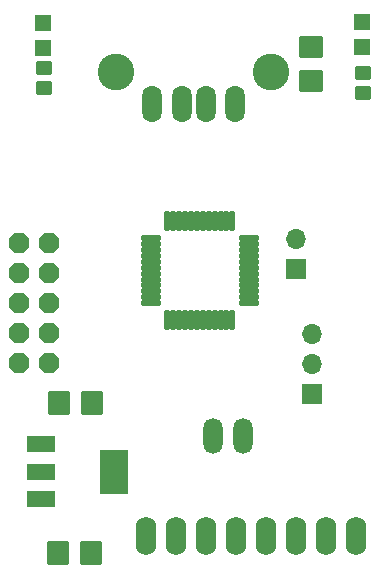
<source format=gbr>
%TF.GenerationSoftware,KiCad,Pcbnew,8.0.6*%
%TF.CreationDate,2024-11-27T18:57:58+00:00*%
%TF.ProjectId,wmk,776d6b2e-6b69-4636-9164-5f7063625858,rev?*%
%TF.SameCoordinates,Original*%
%TF.FileFunction,Soldermask,Top*%
%TF.FilePolarity,Negative*%
%FSLAX46Y46*%
G04 Gerber Fmt 4.6, Leading zero omitted, Abs format (unit mm)*
G04 Created by KiCad (PCBNEW 8.0.6) date 2024-11-27 18:57:58*
%MOMM*%
%LPD*%
G01*
G04 APERTURE LIST*
G04 Aperture macros list*
%AMRoundRect*
0 Rectangle with rounded corners*
0 $1 Rounding radius*
0 $2 $3 $4 $5 $6 $7 $8 $9 X,Y pos of 4 corners*
0 Add a 4 corners polygon primitive as box body*
4,1,4,$2,$3,$4,$5,$6,$7,$8,$9,$2,$3,0*
0 Add four circle primitives for the rounded corners*
1,1,$1+$1,$2,$3*
1,1,$1+$1,$4,$5*
1,1,$1+$1,$6,$7*
1,1,$1+$1,$8,$9*
0 Add four rect primitives between the rounded corners*
20,1,$1+$1,$2,$3,$4,$5,0*
20,1,$1+$1,$4,$5,$6,$7,0*
20,1,$1+$1,$6,$7,$8,$9,0*
20,1,$1+$1,$8,$9,$2,$3,0*%
%AMFreePoly0*
4,1,25,0.375350,0.844196,0.387473,0.833842,0.833842,0.387473,0.862349,0.331525,0.863600,0.315631,0.863600,-0.315631,0.844196,-0.375350,0.833842,-0.387473,0.387473,-0.833842,0.331525,-0.862349,0.315631,-0.863600,-0.315631,-0.863600,-0.375350,-0.844196,-0.387473,-0.833842,-0.833842,-0.387473,-0.862349,-0.331525,-0.863600,-0.315631,-0.863600,0.315631,-0.844196,0.375350,-0.833842,0.387473,
-0.387473,0.833842,-0.331525,0.862349,-0.315631,0.863600,0.315631,0.863600,0.375350,0.844196,0.375350,0.844196,$1*%
G04 Aperture macros list end*
%ADD10R,1.700000X1.700000*%
%ADD11O,1.700000X1.700000*%
%ADD12O,1.625600X3.048000*%
%ADD13RoundRect,0.101600X0.800000X0.900000X-0.800000X0.900000X-0.800000X-0.900000X0.800000X-0.900000X0*%
%ADD14O,1.661200X3.119200*%
%ADD15C,3.103200*%
%ADD16RoundRect,0.101600X-0.901500X0.800000X-0.901500X-0.800000X0.901500X-0.800000X0.901500X0.800000X0*%
%ADD17RoundRect,0.101600X-0.800000X-0.900000X0.800000X-0.900000X0.800000X0.900000X-0.800000X0.900000X0*%
%ADD18RoundRect,0.101600X-0.600000X0.600000X-0.600000X-0.600000X0.600000X-0.600000X0.600000X0.600000X0*%
%ADD19RoundRect,0.101600X0.550000X-0.500000X0.550000X0.500000X-0.550000X0.500000X-0.550000X-0.500000X0*%
%ADD20RoundRect,0.120800X-0.760800X0.120800X-0.760800X-0.120800X0.760800X-0.120800X0.760800X0.120800X0*%
%ADD21RoundRect,0.120800X0.120800X0.760800X-0.120800X0.760800X-0.120800X-0.760800X0.120800X-0.760800X0*%
%ADD22RoundRect,0.101600X-1.117500X0.609500X-1.117500X-0.609500X1.117500X-0.609500X1.117500X0.609500X0*%
%ADD23RoundRect,0.101600X-1.100000X1.800000X-1.100000X-1.800000X1.100000X-1.800000X1.100000X1.800000X0*%
%ADD24O,1.727200X3.251200*%
%ADD25FreePoly0,90.000000*%
G04 APERTURE END LIST*
D10*
%TO.C,J2*%
X157200000Y-80625000D03*
D11*
X157200000Y-78085000D03*
%TD*%
D12*
%TO.C,JP3*%
X150150000Y-94750000D03*
X152690000Y-94750000D03*
%TD*%
D13*
%TO.C,C13*%
X139893600Y-92026100D03*
X137093600Y-92026100D03*
%TD*%
D14*
%TO.C,X1*%
X152001100Y-66713600D03*
X149501100Y-66713600D03*
X147501100Y-66713600D03*
X145001100Y-66713600D03*
D15*
X155071100Y-64003600D03*
X141931100Y-64003600D03*
%TD*%
D16*
%TO.C,F1*%
X158450000Y-61856000D03*
X158450000Y-64700000D03*
%TD*%
D17*
%TO.C,C3*%
X136999800Y-104723700D03*
X139799800Y-104723700D03*
%TD*%
D18*
%TO.C,POWER0*%
X135770100Y-61912600D03*
X135770100Y-59812600D03*
%TD*%
D10*
%TO.C,J1*%
X158500000Y-91190000D03*
D11*
X158500000Y-88650000D03*
X158500000Y-86110000D03*
%TD*%
D19*
%TO.C,R3*%
X135820100Y-65336400D03*
X135820100Y-63636400D03*
%TD*%
D20*
%TO.C,U2*%
X153207200Y-83537300D03*
X153207200Y-83037300D03*
X153207200Y-82537300D03*
X153207200Y-82037300D03*
X153207200Y-81537300D03*
X153207200Y-81037300D03*
X153207200Y-80537300D03*
X153207200Y-80037300D03*
X153207200Y-79537300D03*
X153207200Y-79037300D03*
X153207200Y-78537300D03*
X153207200Y-78037300D03*
D21*
X151777200Y-76607300D03*
X151277200Y-76607300D03*
X150777200Y-76607300D03*
X150277200Y-76607300D03*
X149777200Y-76607300D03*
X149277200Y-76607300D03*
X148777200Y-76607300D03*
X148277200Y-76607300D03*
X147777200Y-76607300D03*
X147277200Y-76607300D03*
X146777200Y-76607300D03*
X146277200Y-76607300D03*
D20*
X144847200Y-78037300D03*
X144847200Y-78537300D03*
X144847200Y-79037300D03*
X144847200Y-79537300D03*
X144847200Y-80037300D03*
X144847200Y-80537300D03*
X144847200Y-81037300D03*
X144847200Y-81537300D03*
X144847200Y-82037300D03*
X144847200Y-82537300D03*
X144847200Y-83037300D03*
X144847200Y-83537300D03*
D21*
X146277200Y-84967300D03*
X146777200Y-84967300D03*
X147277200Y-84967300D03*
X147777200Y-84967300D03*
X148277200Y-84967300D03*
X148777200Y-84967300D03*
X149277200Y-84967300D03*
X149777200Y-84967300D03*
X150277200Y-84967300D03*
X150777200Y-84967300D03*
X151277200Y-84967300D03*
X151777200Y-84967300D03*
%TD*%
D22*
%TO.C,IC1*%
X135589600Y-95500100D03*
X135589600Y-97811100D03*
X135589600Y-100122100D03*
D23*
X141787600Y-97811100D03*
%TD*%
D24*
%TO.C,JP2*%
X162257431Y-103249369D03*
X159717431Y-103249369D03*
X157177431Y-103249369D03*
X154637431Y-103249369D03*
X152097431Y-103249369D03*
X149557431Y-103249369D03*
X147017431Y-103249369D03*
X144477431Y-103249369D03*
%TD*%
D19*
%TO.C,R4*%
X162834900Y-65731400D03*
X162834900Y-64031400D03*
%TD*%
D18*
%TO.C,CONNECT0*%
X162772900Y-61836400D03*
X162772900Y-59736400D03*
%TD*%
D25*
%TO.C,JP1*%
X136271100Y-88583600D03*
X133731100Y-88583600D03*
X136271100Y-86043600D03*
X133731100Y-86043600D03*
X136271100Y-83503600D03*
X133731100Y-83503600D03*
X136271100Y-80963600D03*
X133731100Y-80963600D03*
X136271100Y-78423600D03*
X133731100Y-78423600D03*
%TD*%
M02*

</source>
